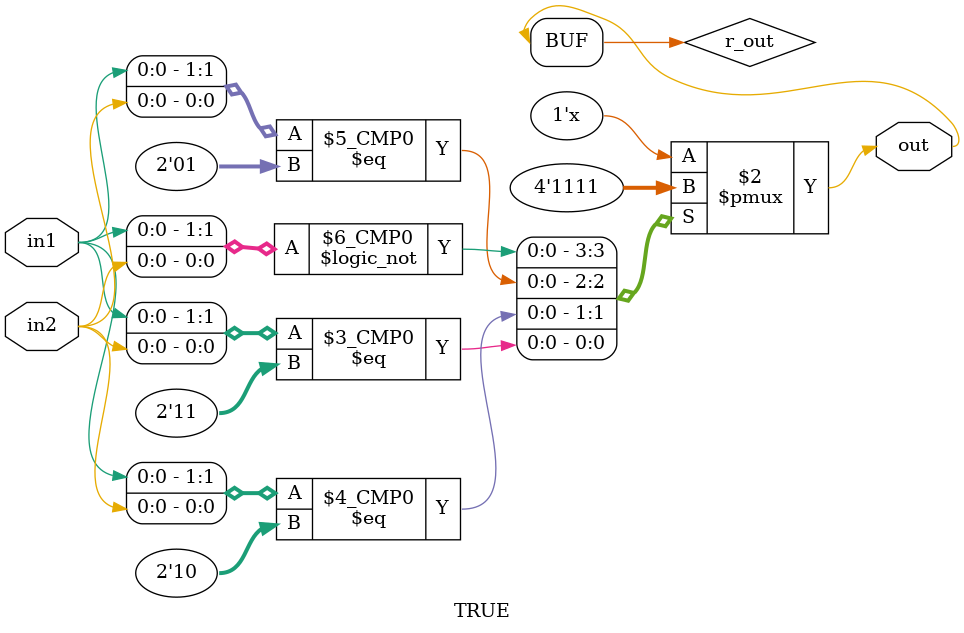
<source format=v>
module TRUE(output out, input in1, in2);
  reg r_out;
  assign out = r_out;
  always@(in1, in2)
    begin
      case({in1,in2})
        2'b00: out = 1'b1;
        2'b01: out = 1'b1;
        2'b10: out = 1'b1;
        2'b11: out = 1'b1;
        default: out = 1'b0;
      endcase
    end
endmodule

</source>
